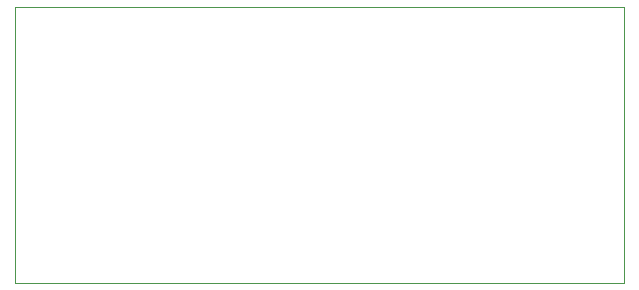
<source format=gbr>
%TF.GenerationSoftware,Altium Limited,Altium Designer,18.1.7 (191)*%
G04 Layer_Color=0*
%FSLAX26Y26*%
%MOIN*%
%TF.FileFunction,Profile,NP*%
%TF.Part,Single*%
G01*
G75*
%TA.AperFunction,Profile*%
%ADD70C,0.001000*%
D70*
Y921260D01*
X2027559Y921260D01*
Y0D01*
X0D01*
%TF.MD5,2e50af423d1a45ec6ce5b379822175b6*%
M02*

</source>
